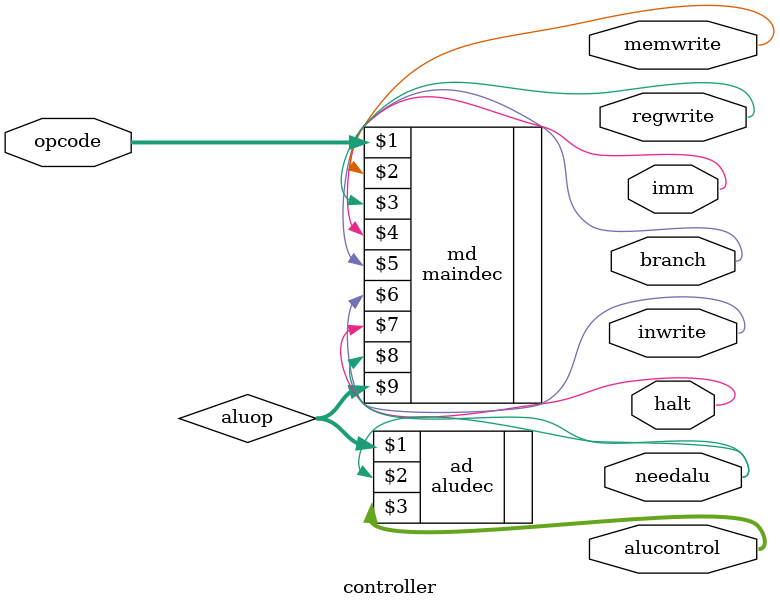
<source format=sv>
`timescale 1ns / 1ps
module controller(input logic [3:0] opcode,
                  output logic memwrite, regwrite, imm, branch, inwrite, halt,
                  output logic needalu,
                  output logic[2:0] alucontrol);
                  
    logic [1:0] aluop;
    
    maindec md(opcode, memwrite, regwrite, imm, branch, inwrite, halt, needalu, aluop);  
    
    aludec ad(aluop, needalu, alucontrol);
                    
endmodule

</source>
